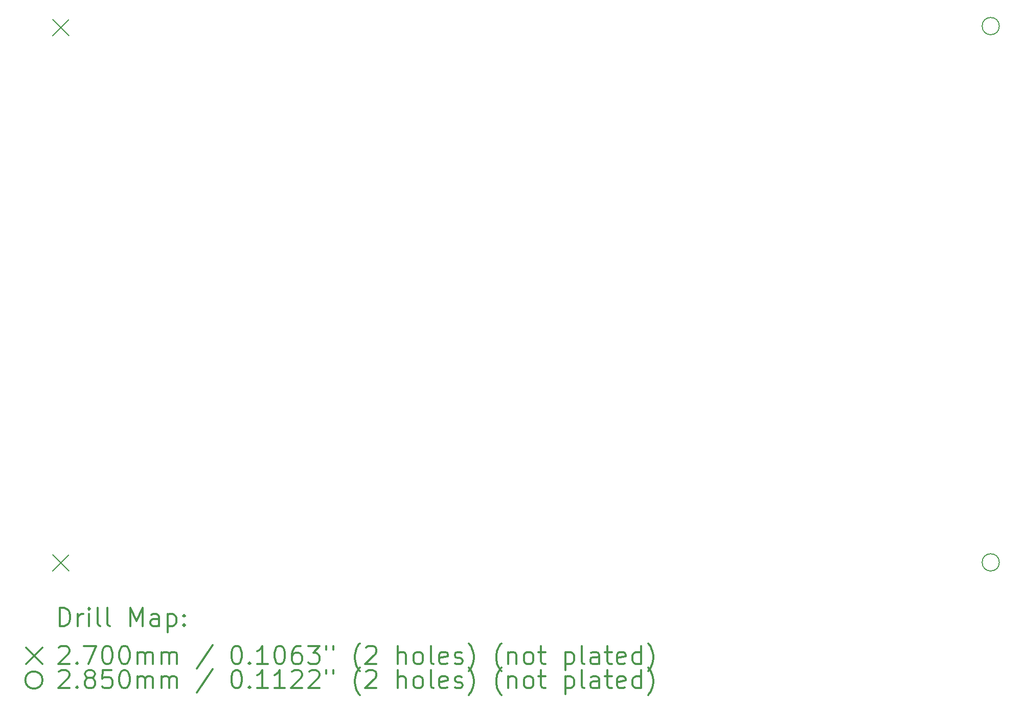
<source format=gbr>
%FSLAX45Y45*%
G04 Gerber Fmt 4.5, Leading zero omitted, Abs format (unit mm)*
G04 Created by KiCad (PCBNEW (5.1.10)-1) date 2021-07-28 22:43:25*
%MOMM*%
%LPD*%
G01*
G04 APERTURE LIST*
%ADD10C,0.200000*%
%ADD11C,0.300000*%
G04 APERTURE END LIST*
D10*
X6562500Y-4399000D02*
X6832500Y-4669000D01*
X6832500Y-4399000D02*
X6562500Y-4669000D01*
X6562500Y-13271000D02*
X6832500Y-13541000D01*
X6832500Y-13271000D02*
X6562500Y-13541000D01*
X22240500Y-4508500D02*
G75*
G03*
X22240500Y-4508500I-142500J0D01*
G01*
X22240500Y-13398500D02*
G75*
G03*
X22240500Y-13398500I-142500J0D01*
G01*
D11*
X6680928Y-14454714D02*
X6680928Y-14154714D01*
X6752357Y-14154714D01*
X6795214Y-14169000D01*
X6823786Y-14197571D01*
X6838071Y-14226143D01*
X6852357Y-14283286D01*
X6852357Y-14326143D01*
X6838071Y-14383286D01*
X6823786Y-14411857D01*
X6795214Y-14440429D01*
X6752357Y-14454714D01*
X6680928Y-14454714D01*
X6980928Y-14454714D02*
X6980928Y-14254714D01*
X6980928Y-14311857D02*
X6995214Y-14283286D01*
X7009500Y-14269000D01*
X7038071Y-14254714D01*
X7066643Y-14254714D01*
X7166643Y-14454714D02*
X7166643Y-14254714D01*
X7166643Y-14154714D02*
X7152357Y-14169000D01*
X7166643Y-14183286D01*
X7180928Y-14169000D01*
X7166643Y-14154714D01*
X7166643Y-14183286D01*
X7352357Y-14454714D02*
X7323786Y-14440429D01*
X7309500Y-14411857D01*
X7309500Y-14154714D01*
X7509500Y-14454714D02*
X7480928Y-14440429D01*
X7466643Y-14411857D01*
X7466643Y-14154714D01*
X7852357Y-14454714D02*
X7852357Y-14154714D01*
X7952357Y-14369000D01*
X8052357Y-14154714D01*
X8052357Y-14454714D01*
X8323786Y-14454714D02*
X8323786Y-14297571D01*
X8309500Y-14269000D01*
X8280928Y-14254714D01*
X8223786Y-14254714D01*
X8195214Y-14269000D01*
X8323786Y-14440429D02*
X8295214Y-14454714D01*
X8223786Y-14454714D01*
X8195214Y-14440429D01*
X8180928Y-14411857D01*
X8180928Y-14383286D01*
X8195214Y-14354714D01*
X8223786Y-14340429D01*
X8295214Y-14340429D01*
X8323786Y-14326143D01*
X8466643Y-14254714D02*
X8466643Y-14554714D01*
X8466643Y-14269000D02*
X8495214Y-14254714D01*
X8552357Y-14254714D01*
X8580928Y-14269000D01*
X8595214Y-14283286D01*
X8609500Y-14311857D01*
X8609500Y-14397571D01*
X8595214Y-14426143D01*
X8580928Y-14440429D01*
X8552357Y-14454714D01*
X8495214Y-14454714D01*
X8466643Y-14440429D01*
X8738071Y-14426143D02*
X8752357Y-14440429D01*
X8738071Y-14454714D01*
X8723786Y-14440429D01*
X8738071Y-14426143D01*
X8738071Y-14454714D01*
X8738071Y-14269000D02*
X8752357Y-14283286D01*
X8738071Y-14297571D01*
X8723786Y-14283286D01*
X8738071Y-14269000D01*
X8738071Y-14297571D01*
X6124500Y-14814000D02*
X6394500Y-15084000D01*
X6394500Y-14814000D02*
X6124500Y-15084000D01*
X6666643Y-14813286D02*
X6680928Y-14799000D01*
X6709500Y-14784714D01*
X6780928Y-14784714D01*
X6809500Y-14799000D01*
X6823786Y-14813286D01*
X6838071Y-14841857D01*
X6838071Y-14870429D01*
X6823786Y-14913286D01*
X6652357Y-15084714D01*
X6838071Y-15084714D01*
X6966643Y-15056143D02*
X6980928Y-15070429D01*
X6966643Y-15084714D01*
X6952357Y-15070429D01*
X6966643Y-15056143D01*
X6966643Y-15084714D01*
X7080928Y-14784714D02*
X7280928Y-14784714D01*
X7152357Y-15084714D01*
X7452357Y-14784714D02*
X7480928Y-14784714D01*
X7509500Y-14799000D01*
X7523786Y-14813286D01*
X7538071Y-14841857D01*
X7552357Y-14899000D01*
X7552357Y-14970429D01*
X7538071Y-15027571D01*
X7523786Y-15056143D01*
X7509500Y-15070429D01*
X7480928Y-15084714D01*
X7452357Y-15084714D01*
X7423786Y-15070429D01*
X7409500Y-15056143D01*
X7395214Y-15027571D01*
X7380928Y-14970429D01*
X7380928Y-14899000D01*
X7395214Y-14841857D01*
X7409500Y-14813286D01*
X7423786Y-14799000D01*
X7452357Y-14784714D01*
X7738071Y-14784714D02*
X7766643Y-14784714D01*
X7795214Y-14799000D01*
X7809500Y-14813286D01*
X7823786Y-14841857D01*
X7838071Y-14899000D01*
X7838071Y-14970429D01*
X7823786Y-15027571D01*
X7809500Y-15056143D01*
X7795214Y-15070429D01*
X7766643Y-15084714D01*
X7738071Y-15084714D01*
X7709500Y-15070429D01*
X7695214Y-15056143D01*
X7680928Y-15027571D01*
X7666643Y-14970429D01*
X7666643Y-14899000D01*
X7680928Y-14841857D01*
X7695214Y-14813286D01*
X7709500Y-14799000D01*
X7738071Y-14784714D01*
X7966643Y-15084714D02*
X7966643Y-14884714D01*
X7966643Y-14913286D02*
X7980928Y-14899000D01*
X8009500Y-14884714D01*
X8052357Y-14884714D01*
X8080928Y-14899000D01*
X8095214Y-14927571D01*
X8095214Y-15084714D01*
X8095214Y-14927571D02*
X8109500Y-14899000D01*
X8138071Y-14884714D01*
X8180928Y-14884714D01*
X8209500Y-14899000D01*
X8223786Y-14927571D01*
X8223786Y-15084714D01*
X8366643Y-15084714D02*
X8366643Y-14884714D01*
X8366643Y-14913286D02*
X8380928Y-14899000D01*
X8409500Y-14884714D01*
X8452357Y-14884714D01*
X8480928Y-14899000D01*
X8495214Y-14927571D01*
X8495214Y-15084714D01*
X8495214Y-14927571D02*
X8509500Y-14899000D01*
X8538071Y-14884714D01*
X8580928Y-14884714D01*
X8609500Y-14899000D01*
X8623786Y-14927571D01*
X8623786Y-15084714D01*
X9209500Y-14770429D02*
X8952357Y-15156143D01*
X9595214Y-14784714D02*
X9623786Y-14784714D01*
X9652357Y-14799000D01*
X9666643Y-14813286D01*
X9680928Y-14841857D01*
X9695214Y-14899000D01*
X9695214Y-14970429D01*
X9680928Y-15027571D01*
X9666643Y-15056143D01*
X9652357Y-15070429D01*
X9623786Y-15084714D01*
X9595214Y-15084714D01*
X9566643Y-15070429D01*
X9552357Y-15056143D01*
X9538071Y-15027571D01*
X9523786Y-14970429D01*
X9523786Y-14899000D01*
X9538071Y-14841857D01*
X9552357Y-14813286D01*
X9566643Y-14799000D01*
X9595214Y-14784714D01*
X9823786Y-15056143D02*
X9838071Y-15070429D01*
X9823786Y-15084714D01*
X9809500Y-15070429D01*
X9823786Y-15056143D01*
X9823786Y-15084714D01*
X10123786Y-15084714D02*
X9952357Y-15084714D01*
X10038071Y-15084714D02*
X10038071Y-14784714D01*
X10009500Y-14827571D01*
X9980928Y-14856143D01*
X9952357Y-14870429D01*
X10309500Y-14784714D02*
X10338071Y-14784714D01*
X10366643Y-14799000D01*
X10380928Y-14813286D01*
X10395214Y-14841857D01*
X10409500Y-14899000D01*
X10409500Y-14970429D01*
X10395214Y-15027571D01*
X10380928Y-15056143D01*
X10366643Y-15070429D01*
X10338071Y-15084714D01*
X10309500Y-15084714D01*
X10280928Y-15070429D01*
X10266643Y-15056143D01*
X10252357Y-15027571D01*
X10238071Y-14970429D01*
X10238071Y-14899000D01*
X10252357Y-14841857D01*
X10266643Y-14813286D01*
X10280928Y-14799000D01*
X10309500Y-14784714D01*
X10666643Y-14784714D02*
X10609500Y-14784714D01*
X10580928Y-14799000D01*
X10566643Y-14813286D01*
X10538071Y-14856143D01*
X10523786Y-14913286D01*
X10523786Y-15027571D01*
X10538071Y-15056143D01*
X10552357Y-15070429D01*
X10580928Y-15084714D01*
X10638071Y-15084714D01*
X10666643Y-15070429D01*
X10680928Y-15056143D01*
X10695214Y-15027571D01*
X10695214Y-14956143D01*
X10680928Y-14927571D01*
X10666643Y-14913286D01*
X10638071Y-14899000D01*
X10580928Y-14899000D01*
X10552357Y-14913286D01*
X10538071Y-14927571D01*
X10523786Y-14956143D01*
X10795214Y-14784714D02*
X10980928Y-14784714D01*
X10880928Y-14899000D01*
X10923786Y-14899000D01*
X10952357Y-14913286D01*
X10966643Y-14927571D01*
X10980928Y-14956143D01*
X10980928Y-15027571D01*
X10966643Y-15056143D01*
X10952357Y-15070429D01*
X10923786Y-15084714D01*
X10838071Y-15084714D01*
X10809500Y-15070429D01*
X10795214Y-15056143D01*
X11095214Y-14784714D02*
X11095214Y-14841857D01*
X11209500Y-14784714D02*
X11209500Y-14841857D01*
X11652357Y-15199000D02*
X11638071Y-15184714D01*
X11609500Y-15141857D01*
X11595214Y-15113286D01*
X11580928Y-15070429D01*
X11566643Y-14999000D01*
X11566643Y-14941857D01*
X11580928Y-14870429D01*
X11595214Y-14827571D01*
X11609500Y-14799000D01*
X11638071Y-14756143D01*
X11652357Y-14741857D01*
X11752357Y-14813286D02*
X11766643Y-14799000D01*
X11795214Y-14784714D01*
X11866643Y-14784714D01*
X11895214Y-14799000D01*
X11909500Y-14813286D01*
X11923786Y-14841857D01*
X11923786Y-14870429D01*
X11909500Y-14913286D01*
X11738071Y-15084714D01*
X11923786Y-15084714D01*
X12280928Y-15084714D02*
X12280928Y-14784714D01*
X12409500Y-15084714D02*
X12409500Y-14927571D01*
X12395214Y-14899000D01*
X12366643Y-14884714D01*
X12323786Y-14884714D01*
X12295214Y-14899000D01*
X12280928Y-14913286D01*
X12595214Y-15084714D02*
X12566643Y-15070429D01*
X12552357Y-15056143D01*
X12538071Y-15027571D01*
X12538071Y-14941857D01*
X12552357Y-14913286D01*
X12566643Y-14899000D01*
X12595214Y-14884714D01*
X12638071Y-14884714D01*
X12666643Y-14899000D01*
X12680928Y-14913286D01*
X12695214Y-14941857D01*
X12695214Y-15027571D01*
X12680928Y-15056143D01*
X12666643Y-15070429D01*
X12638071Y-15084714D01*
X12595214Y-15084714D01*
X12866643Y-15084714D02*
X12838071Y-15070429D01*
X12823786Y-15041857D01*
X12823786Y-14784714D01*
X13095214Y-15070429D02*
X13066643Y-15084714D01*
X13009500Y-15084714D01*
X12980928Y-15070429D01*
X12966643Y-15041857D01*
X12966643Y-14927571D01*
X12980928Y-14899000D01*
X13009500Y-14884714D01*
X13066643Y-14884714D01*
X13095214Y-14899000D01*
X13109500Y-14927571D01*
X13109500Y-14956143D01*
X12966643Y-14984714D01*
X13223786Y-15070429D02*
X13252357Y-15084714D01*
X13309500Y-15084714D01*
X13338071Y-15070429D01*
X13352357Y-15041857D01*
X13352357Y-15027571D01*
X13338071Y-14999000D01*
X13309500Y-14984714D01*
X13266643Y-14984714D01*
X13238071Y-14970429D01*
X13223786Y-14941857D01*
X13223786Y-14927571D01*
X13238071Y-14899000D01*
X13266643Y-14884714D01*
X13309500Y-14884714D01*
X13338071Y-14899000D01*
X13452357Y-15199000D02*
X13466643Y-15184714D01*
X13495214Y-15141857D01*
X13509500Y-15113286D01*
X13523786Y-15070429D01*
X13538071Y-14999000D01*
X13538071Y-14941857D01*
X13523786Y-14870429D01*
X13509500Y-14827571D01*
X13495214Y-14799000D01*
X13466643Y-14756143D01*
X13452357Y-14741857D01*
X13995214Y-15199000D02*
X13980928Y-15184714D01*
X13952357Y-15141857D01*
X13938071Y-15113286D01*
X13923786Y-15070429D01*
X13909500Y-14999000D01*
X13909500Y-14941857D01*
X13923786Y-14870429D01*
X13938071Y-14827571D01*
X13952357Y-14799000D01*
X13980928Y-14756143D01*
X13995214Y-14741857D01*
X14109500Y-14884714D02*
X14109500Y-15084714D01*
X14109500Y-14913286D02*
X14123786Y-14899000D01*
X14152357Y-14884714D01*
X14195214Y-14884714D01*
X14223786Y-14899000D01*
X14238071Y-14927571D01*
X14238071Y-15084714D01*
X14423786Y-15084714D02*
X14395214Y-15070429D01*
X14380928Y-15056143D01*
X14366643Y-15027571D01*
X14366643Y-14941857D01*
X14380928Y-14913286D01*
X14395214Y-14899000D01*
X14423786Y-14884714D01*
X14466643Y-14884714D01*
X14495214Y-14899000D01*
X14509500Y-14913286D01*
X14523786Y-14941857D01*
X14523786Y-15027571D01*
X14509500Y-15056143D01*
X14495214Y-15070429D01*
X14466643Y-15084714D01*
X14423786Y-15084714D01*
X14609500Y-14884714D02*
X14723786Y-14884714D01*
X14652357Y-14784714D02*
X14652357Y-15041857D01*
X14666643Y-15070429D01*
X14695214Y-15084714D01*
X14723786Y-15084714D01*
X15052357Y-14884714D02*
X15052357Y-15184714D01*
X15052357Y-14899000D02*
X15080928Y-14884714D01*
X15138071Y-14884714D01*
X15166643Y-14899000D01*
X15180928Y-14913286D01*
X15195214Y-14941857D01*
X15195214Y-15027571D01*
X15180928Y-15056143D01*
X15166643Y-15070429D01*
X15138071Y-15084714D01*
X15080928Y-15084714D01*
X15052357Y-15070429D01*
X15366643Y-15084714D02*
X15338071Y-15070429D01*
X15323786Y-15041857D01*
X15323786Y-14784714D01*
X15609500Y-15084714D02*
X15609500Y-14927571D01*
X15595214Y-14899000D01*
X15566643Y-14884714D01*
X15509500Y-14884714D01*
X15480928Y-14899000D01*
X15609500Y-15070429D02*
X15580928Y-15084714D01*
X15509500Y-15084714D01*
X15480928Y-15070429D01*
X15466643Y-15041857D01*
X15466643Y-15013286D01*
X15480928Y-14984714D01*
X15509500Y-14970429D01*
X15580928Y-14970429D01*
X15609500Y-14956143D01*
X15709500Y-14884714D02*
X15823786Y-14884714D01*
X15752357Y-14784714D02*
X15752357Y-15041857D01*
X15766643Y-15070429D01*
X15795214Y-15084714D01*
X15823786Y-15084714D01*
X16038071Y-15070429D02*
X16009500Y-15084714D01*
X15952357Y-15084714D01*
X15923786Y-15070429D01*
X15909500Y-15041857D01*
X15909500Y-14927571D01*
X15923786Y-14899000D01*
X15952357Y-14884714D01*
X16009500Y-14884714D01*
X16038071Y-14899000D01*
X16052357Y-14927571D01*
X16052357Y-14956143D01*
X15909500Y-14984714D01*
X16309500Y-15084714D02*
X16309500Y-14784714D01*
X16309500Y-15070429D02*
X16280928Y-15084714D01*
X16223786Y-15084714D01*
X16195214Y-15070429D01*
X16180928Y-15056143D01*
X16166643Y-15027571D01*
X16166643Y-14941857D01*
X16180928Y-14913286D01*
X16195214Y-14899000D01*
X16223786Y-14884714D01*
X16280928Y-14884714D01*
X16309500Y-14899000D01*
X16423786Y-15199000D02*
X16438071Y-15184714D01*
X16466643Y-15141857D01*
X16480928Y-15113286D01*
X16495214Y-15070429D01*
X16509500Y-14999000D01*
X16509500Y-14941857D01*
X16495214Y-14870429D01*
X16480928Y-14827571D01*
X16466643Y-14799000D01*
X16438071Y-14756143D01*
X16423786Y-14741857D01*
X6394500Y-15349000D02*
G75*
G03*
X6394500Y-15349000I-142500J0D01*
G01*
X6666643Y-15213286D02*
X6680928Y-15199000D01*
X6709500Y-15184714D01*
X6780928Y-15184714D01*
X6809500Y-15199000D01*
X6823786Y-15213286D01*
X6838071Y-15241857D01*
X6838071Y-15270429D01*
X6823786Y-15313286D01*
X6652357Y-15484714D01*
X6838071Y-15484714D01*
X6966643Y-15456143D02*
X6980928Y-15470429D01*
X6966643Y-15484714D01*
X6952357Y-15470429D01*
X6966643Y-15456143D01*
X6966643Y-15484714D01*
X7152357Y-15313286D02*
X7123786Y-15299000D01*
X7109500Y-15284714D01*
X7095214Y-15256143D01*
X7095214Y-15241857D01*
X7109500Y-15213286D01*
X7123786Y-15199000D01*
X7152357Y-15184714D01*
X7209500Y-15184714D01*
X7238071Y-15199000D01*
X7252357Y-15213286D01*
X7266643Y-15241857D01*
X7266643Y-15256143D01*
X7252357Y-15284714D01*
X7238071Y-15299000D01*
X7209500Y-15313286D01*
X7152357Y-15313286D01*
X7123786Y-15327571D01*
X7109500Y-15341857D01*
X7095214Y-15370429D01*
X7095214Y-15427571D01*
X7109500Y-15456143D01*
X7123786Y-15470429D01*
X7152357Y-15484714D01*
X7209500Y-15484714D01*
X7238071Y-15470429D01*
X7252357Y-15456143D01*
X7266643Y-15427571D01*
X7266643Y-15370429D01*
X7252357Y-15341857D01*
X7238071Y-15327571D01*
X7209500Y-15313286D01*
X7538071Y-15184714D02*
X7395214Y-15184714D01*
X7380928Y-15327571D01*
X7395214Y-15313286D01*
X7423786Y-15299000D01*
X7495214Y-15299000D01*
X7523786Y-15313286D01*
X7538071Y-15327571D01*
X7552357Y-15356143D01*
X7552357Y-15427571D01*
X7538071Y-15456143D01*
X7523786Y-15470429D01*
X7495214Y-15484714D01*
X7423786Y-15484714D01*
X7395214Y-15470429D01*
X7380928Y-15456143D01*
X7738071Y-15184714D02*
X7766643Y-15184714D01*
X7795214Y-15199000D01*
X7809500Y-15213286D01*
X7823786Y-15241857D01*
X7838071Y-15299000D01*
X7838071Y-15370429D01*
X7823786Y-15427571D01*
X7809500Y-15456143D01*
X7795214Y-15470429D01*
X7766643Y-15484714D01*
X7738071Y-15484714D01*
X7709500Y-15470429D01*
X7695214Y-15456143D01*
X7680928Y-15427571D01*
X7666643Y-15370429D01*
X7666643Y-15299000D01*
X7680928Y-15241857D01*
X7695214Y-15213286D01*
X7709500Y-15199000D01*
X7738071Y-15184714D01*
X7966643Y-15484714D02*
X7966643Y-15284714D01*
X7966643Y-15313286D02*
X7980928Y-15299000D01*
X8009500Y-15284714D01*
X8052357Y-15284714D01*
X8080928Y-15299000D01*
X8095214Y-15327571D01*
X8095214Y-15484714D01*
X8095214Y-15327571D02*
X8109500Y-15299000D01*
X8138071Y-15284714D01*
X8180928Y-15284714D01*
X8209500Y-15299000D01*
X8223786Y-15327571D01*
X8223786Y-15484714D01*
X8366643Y-15484714D02*
X8366643Y-15284714D01*
X8366643Y-15313286D02*
X8380928Y-15299000D01*
X8409500Y-15284714D01*
X8452357Y-15284714D01*
X8480928Y-15299000D01*
X8495214Y-15327571D01*
X8495214Y-15484714D01*
X8495214Y-15327571D02*
X8509500Y-15299000D01*
X8538071Y-15284714D01*
X8580928Y-15284714D01*
X8609500Y-15299000D01*
X8623786Y-15327571D01*
X8623786Y-15484714D01*
X9209500Y-15170429D02*
X8952357Y-15556143D01*
X9595214Y-15184714D02*
X9623786Y-15184714D01*
X9652357Y-15199000D01*
X9666643Y-15213286D01*
X9680928Y-15241857D01*
X9695214Y-15299000D01*
X9695214Y-15370429D01*
X9680928Y-15427571D01*
X9666643Y-15456143D01*
X9652357Y-15470429D01*
X9623786Y-15484714D01*
X9595214Y-15484714D01*
X9566643Y-15470429D01*
X9552357Y-15456143D01*
X9538071Y-15427571D01*
X9523786Y-15370429D01*
X9523786Y-15299000D01*
X9538071Y-15241857D01*
X9552357Y-15213286D01*
X9566643Y-15199000D01*
X9595214Y-15184714D01*
X9823786Y-15456143D02*
X9838071Y-15470429D01*
X9823786Y-15484714D01*
X9809500Y-15470429D01*
X9823786Y-15456143D01*
X9823786Y-15484714D01*
X10123786Y-15484714D02*
X9952357Y-15484714D01*
X10038071Y-15484714D02*
X10038071Y-15184714D01*
X10009500Y-15227571D01*
X9980928Y-15256143D01*
X9952357Y-15270429D01*
X10409500Y-15484714D02*
X10238071Y-15484714D01*
X10323786Y-15484714D02*
X10323786Y-15184714D01*
X10295214Y-15227571D01*
X10266643Y-15256143D01*
X10238071Y-15270429D01*
X10523786Y-15213286D02*
X10538071Y-15199000D01*
X10566643Y-15184714D01*
X10638071Y-15184714D01*
X10666643Y-15199000D01*
X10680928Y-15213286D01*
X10695214Y-15241857D01*
X10695214Y-15270429D01*
X10680928Y-15313286D01*
X10509500Y-15484714D01*
X10695214Y-15484714D01*
X10809500Y-15213286D02*
X10823786Y-15199000D01*
X10852357Y-15184714D01*
X10923786Y-15184714D01*
X10952357Y-15199000D01*
X10966643Y-15213286D01*
X10980928Y-15241857D01*
X10980928Y-15270429D01*
X10966643Y-15313286D01*
X10795214Y-15484714D01*
X10980928Y-15484714D01*
X11095214Y-15184714D02*
X11095214Y-15241857D01*
X11209500Y-15184714D02*
X11209500Y-15241857D01*
X11652357Y-15599000D02*
X11638071Y-15584714D01*
X11609500Y-15541857D01*
X11595214Y-15513286D01*
X11580928Y-15470429D01*
X11566643Y-15399000D01*
X11566643Y-15341857D01*
X11580928Y-15270429D01*
X11595214Y-15227571D01*
X11609500Y-15199000D01*
X11638071Y-15156143D01*
X11652357Y-15141857D01*
X11752357Y-15213286D02*
X11766643Y-15199000D01*
X11795214Y-15184714D01*
X11866643Y-15184714D01*
X11895214Y-15199000D01*
X11909500Y-15213286D01*
X11923786Y-15241857D01*
X11923786Y-15270429D01*
X11909500Y-15313286D01*
X11738071Y-15484714D01*
X11923786Y-15484714D01*
X12280928Y-15484714D02*
X12280928Y-15184714D01*
X12409500Y-15484714D02*
X12409500Y-15327571D01*
X12395214Y-15299000D01*
X12366643Y-15284714D01*
X12323786Y-15284714D01*
X12295214Y-15299000D01*
X12280928Y-15313286D01*
X12595214Y-15484714D02*
X12566643Y-15470429D01*
X12552357Y-15456143D01*
X12538071Y-15427571D01*
X12538071Y-15341857D01*
X12552357Y-15313286D01*
X12566643Y-15299000D01*
X12595214Y-15284714D01*
X12638071Y-15284714D01*
X12666643Y-15299000D01*
X12680928Y-15313286D01*
X12695214Y-15341857D01*
X12695214Y-15427571D01*
X12680928Y-15456143D01*
X12666643Y-15470429D01*
X12638071Y-15484714D01*
X12595214Y-15484714D01*
X12866643Y-15484714D02*
X12838071Y-15470429D01*
X12823786Y-15441857D01*
X12823786Y-15184714D01*
X13095214Y-15470429D02*
X13066643Y-15484714D01*
X13009500Y-15484714D01*
X12980928Y-15470429D01*
X12966643Y-15441857D01*
X12966643Y-15327571D01*
X12980928Y-15299000D01*
X13009500Y-15284714D01*
X13066643Y-15284714D01*
X13095214Y-15299000D01*
X13109500Y-15327571D01*
X13109500Y-15356143D01*
X12966643Y-15384714D01*
X13223786Y-15470429D02*
X13252357Y-15484714D01*
X13309500Y-15484714D01*
X13338071Y-15470429D01*
X13352357Y-15441857D01*
X13352357Y-15427571D01*
X13338071Y-15399000D01*
X13309500Y-15384714D01*
X13266643Y-15384714D01*
X13238071Y-15370429D01*
X13223786Y-15341857D01*
X13223786Y-15327571D01*
X13238071Y-15299000D01*
X13266643Y-15284714D01*
X13309500Y-15284714D01*
X13338071Y-15299000D01*
X13452357Y-15599000D02*
X13466643Y-15584714D01*
X13495214Y-15541857D01*
X13509500Y-15513286D01*
X13523786Y-15470429D01*
X13538071Y-15399000D01*
X13538071Y-15341857D01*
X13523786Y-15270429D01*
X13509500Y-15227571D01*
X13495214Y-15199000D01*
X13466643Y-15156143D01*
X13452357Y-15141857D01*
X13995214Y-15599000D02*
X13980928Y-15584714D01*
X13952357Y-15541857D01*
X13938071Y-15513286D01*
X13923786Y-15470429D01*
X13909500Y-15399000D01*
X13909500Y-15341857D01*
X13923786Y-15270429D01*
X13938071Y-15227571D01*
X13952357Y-15199000D01*
X13980928Y-15156143D01*
X13995214Y-15141857D01*
X14109500Y-15284714D02*
X14109500Y-15484714D01*
X14109500Y-15313286D02*
X14123786Y-15299000D01*
X14152357Y-15284714D01*
X14195214Y-15284714D01*
X14223786Y-15299000D01*
X14238071Y-15327571D01*
X14238071Y-15484714D01*
X14423786Y-15484714D02*
X14395214Y-15470429D01*
X14380928Y-15456143D01*
X14366643Y-15427571D01*
X14366643Y-15341857D01*
X14380928Y-15313286D01*
X14395214Y-15299000D01*
X14423786Y-15284714D01*
X14466643Y-15284714D01*
X14495214Y-15299000D01*
X14509500Y-15313286D01*
X14523786Y-15341857D01*
X14523786Y-15427571D01*
X14509500Y-15456143D01*
X14495214Y-15470429D01*
X14466643Y-15484714D01*
X14423786Y-15484714D01*
X14609500Y-15284714D02*
X14723786Y-15284714D01*
X14652357Y-15184714D02*
X14652357Y-15441857D01*
X14666643Y-15470429D01*
X14695214Y-15484714D01*
X14723786Y-15484714D01*
X15052357Y-15284714D02*
X15052357Y-15584714D01*
X15052357Y-15299000D02*
X15080928Y-15284714D01*
X15138071Y-15284714D01*
X15166643Y-15299000D01*
X15180928Y-15313286D01*
X15195214Y-15341857D01*
X15195214Y-15427571D01*
X15180928Y-15456143D01*
X15166643Y-15470429D01*
X15138071Y-15484714D01*
X15080928Y-15484714D01*
X15052357Y-15470429D01*
X15366643Y-15484714D02*
X15338071Y-15470429D01*
X15323786Y-15441857D01*
X15323786Y-15184714D01*
X15609500Y-15484714D02*
X15609500Y-15327571D01*
X15595214Y-15299000D01*
X15566643Y-15284714D01*
X15509500Y-15284714D01*
X15480928Y-15299000D01*
X15609500Y-15470429D02*
X15580928Y-15484714D01*
X15509500Y-15484714D01*
X15480928Y-15470429D01*
X15466643Y-15441857D01*
X15466643Y-15413286D01*
X15480928Y-15384714D01*
X15509500Y-15370429D01*
X15580928Y-15370429D01*
X15609500Y-15356143D01*
X15709500Y-15284714D02*
X15823786Y-15284714D01*
X15752357Y-15184714D02*
X15752357Y-15441857D01*
X15766643Y-15470429D01*
X15795214Y-15484714D01*
X15823786Y-15484714D01*
X16038071Y-15470429D02*
X16009500Y-15484714D01*
X15952357Y-15484714D01*
X15923786Y-15470429D01*
X15909500Y-15441857D01*
X15909500Y-15327571D01*
X15923786Y-15299000D01*
X15952357Y-15284714D01*
X16009500Y-15284714D01*
X16038071Y-15299000D01*
X16052357Y-15327571D01*
X16052357Y-15356143D01*
X15909500Y-15384714D01*
X16309500Y-15484714D02*
X16309500Y-15184714D01*
X16309500Y-15470429D02*
X16280928Y-15484714D01*
X16223786Y-15484714D01*
X16195214Y-15470429D01*
X16180928Y-15456143D01*
X16166643Y-15427571D01*
X16166643Y-15341857D01*
X16180928Y-15313286D01*
X16195214Y-15299000D01*
X16223786Y-15284714D01*
X16280928Y-15284714D01*
X16309500Y-15299000D01*
X16423786Y-15599000D02*
X16438071Y-15584714D01*
X16466643Y-15541857D01*
X16480928Y-15513286D01*
X16495214Y-15470429D01*
X16509500Y-15399000D01*
X16509500Y-15341857D01*
X16495214Y-15270429D01*
X16480928Y-15227571D01*
X16466643Y-15199000D01*
X16438071Y-15156143D01*
X16423786Y-15141857D01*
M02*

</source>
